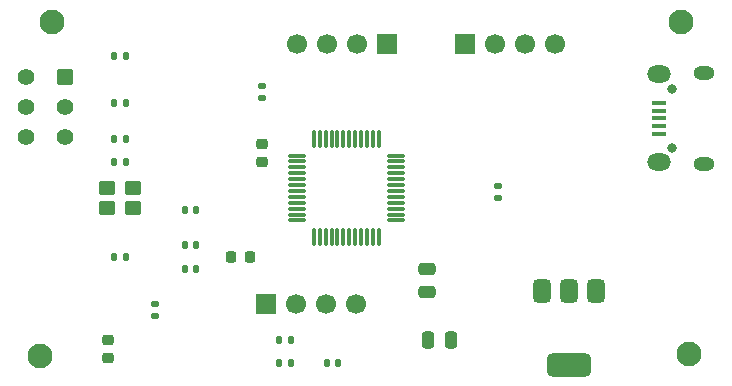
<source format=gbr>
%TF.GenerationSoftware,KiCad,Pcbnew,9.0.4*%
%TF.CreationDate,2025-09-11T21:53:48-07:00*%
%TF.ProjectId,STM32 PCB design,53544d33-3220-4504-9342-206465736967,rev?*%
%TF.SameCoordinates,Original*%
%TF.FileFunction,Soldermask,Top*%
%TF.FilePolarity,Negative*%
%FSLAX46Y46*%
G04 Gerber Fmt 4.6, Leading zero omitted, Abs format (unit mm)*
G04 Created by KiCad (PCBNEW 9.0.4) date 2025-09-11 21:53:48*
%MOMM*%
%LPD*%
G01*
G04 APERTURE LIST*
G04 Aperture macros list*
%AMRoundRect*
0 Rectangle with rounded corners*
0 $1 Rounding radius*
0 $2 $3 $4 $5 $6 $7 $8 $9 X,Y pos of 4 corners*
0 Add a 4 corners polygon primitive as box body*
4,1,4,$2,$3,$4,$5,$6,$7,$8,$9,$2,$3,0*
0 Add four circle primitives for the rounded corners*
1,1,$1+$1,$2,$3*
1,1,$1+$1,$4,$5*
1,1,$1+$1,$6,$7*
1,1,$1+$1,$8,$9*
0 Add four rect primitives between the rounded corners*
20,1,$1+$1,$2,$3,$4,$5,0*
20,1,$1+$1,$4,$5,$6,$7,0*
20,1,$1+$1,$6,$7,$8,$9,0*
20,1,$1+$1,$8,$9,$2,$3,0*%
G04 Aperture macros list end*
%ADD10RoundRect,0.140000X0.140000X0.170000X-0.140000X0.170000X-0.140000X-0.170000X0.140000X-0.170000X0*%
%ADD11R,1.700000X1.700000*%
%ADD12C,1.700000*%
%ADD13RoundRect,0.140000X-0.140000X-0.170000X0.140000X-0.170000X0.140000X0.170000X-0.140000X0.170000X0*%
%ADD14RoundRect,0.218750X-0.218750X-0.256250X0.218750X-0.256250X0.218750X0.256250X-0.218750X0.256250X0*%
%ADD15RoundRect,0.225000X0.250000X-0.225000X0.250000X0.225000X-0.250000X0.225000X-0.250000X-0.225000X0*%
%ADD16RoundRect,0.250000X0.250000X0.475000X-0.250000X0.475000X-0.250000X-0.475000X0.250000X-0.475000X0*%
%ADD17C,2.100000*%
%ADD18RoundRect,0.135000X0.135000X0.185000X-0.135000X0.185000X-0.135000X-0.185000X0.135000X-0.185000X0*%
%ADD19RoundRect,0.250000X0.450000X0.350000X-0.450000X0.350000X-0.450000X-0.350000X0.450000X-0.350000X0*%
%ADD20RoundRect,0.250000X-0.450000X0.450000X-0.450000X-0.450000X0.450000X-0.450000X0.450000X0.450000X0*%
%ADD21C,1.400000*%
%ADD22RoundRect,0.135000X0.185000X-0.135000X0.185000X0.135000X-0.185000X0.135000X-0.185000X-0.135000X0*%
%ADD23RoundRect,0.218750X-0.256250X0.218750X-0.256250X-0.218750X0.256250X-0.218750X0.256250X0.218750X0*%
%ADD24RoundRect,0.250000X-0.475000X0.250000X-0.475000X-0.250000X0.475000X-0.250000X0.475000X0.250000X0*%
%ADD25RoundRect,0.075000X-0.662500X-0.075000X0.662500X-0.075000X0.662500X0.075000X-0.662500X0.075000X0*%
%ADD26RoundRect,0.075000X-0.075000X-0.662500X0.075000X-0.662500X0.075000X0.662500X-0.075000X0.662500X0*%
%ADD27O,0.800000X0.800000*%
%ADD28R,1.300000X0.450000*%
%ADD29O,1.800000X1.150000*%
%ADD30O,2.000000X1.450000*%
%ADD31RoundRect,0.135000X-0.185000X0.135000X-0.185000X-0.135000X0.185000X-0.135000X0.185000X0.135000X0*%
%ADD32RoundRect,0.375000X-0.375000X0.625000X-0.375000X-0.625000X0.375000X-0.625000X0.375000X0.625000X0*%
%ADD33RoundRect,0.500000X-1.400000X0.500000X-1.400000X-0.500000X1.400000X-0.500000X1.400000X0.500000X0*%
G04 APERTURE END LIST*
D10*
%TO.C,C1*%
X122480000Y-73000000D03*
X121520000Y-73000000D03*
%TD*%
D11*
%TO.C,J2*%
X151190000Y-65000000D03*
D12*
X153730000Y-65000000D03*
X156270000Y-65000000D03*
X158810000Y-65000000D03*
%TD*%
D13*
%TO.C,C7*%
X139520000Y-92000000D03*
X140480000Y-92000000D03*
%TD*%
D10*
%TO.C,C5*%
X128480000Y-84000000D03*
X127520000Y-84000000D03*
%TD*%
%TO.C,C6*%
X128480000Y-82000000D03*
X127520000Y-82000000D03*
%TD*%
%TO.C,C3*%
X122480000Y-66000000D03*
X121520000Y-66000000D03*
%TD*%
D14*
%TO.C,FB1*%
X131425000Y-83000000D03*
X133000000Y-83000000D03*
%TD*%
D15*
%TO.C,C4*%
X134000000Y-75000000D03*
X134000000Y-73450000D03*
%TD*%
D16*
%TO.C,C11*%
X150000000Y-90000000D03*
X148100000Y-90000000D03*
%TD*%
D11*
%TO.C,J4*%
X134380000Y-87000000D03*
D12*
X136920000Y-87000000D03*
X139460000Y-87000000D03*
X142000000Y-87000000D03*
%TD*%
D17*
%TO.C,H2*%
X115265200Y-91363800D03*
%TD*%
D18*
%TO.C,R5*%
X136510000Y-92000000D03*
X135490000Y-92000000D03*
%TD*%
D19*
%TO.C,Y1*%
X123100000Y-77150000D03*
X120900000Y-77150000D03*
X120900000Y-78850000D03*
X123100000Y-78850000D03*
%TD*%
D20*
%TO.C,SW1*%
X117325500Y-67807200D03*
D21*
X117325500Y-70307200D03*
X117325500Y-72807200D03*
X114025500Y-72807200D03*
X114025500Y-70307200D03*
X114025500Y-67807200D03*
%TD*%
D13*
%TO.C,C10*%
X121520000Y-83000000D03*
X122480000Y-83000000D03*
%TD*%
D22*
%TO.C,R2*%
X154000000Y-78000000D03*
X154000000Y-76980000D03*
%TD*%
D23*
%TO.C,D1*%
X121000000Y-90000000D03*
X121000000Y-91575000D03*
%TD*%
D22*
%TO.C,R3*%
X125000000Y-88020000D03*
X125000000Y-87000000D03*
%TD*%
D24*
%TO.C,C12*%
X148000000Y-84050000D03*
X148000000Y-85950000D03*
%TD*%
D25*
%TO.C,U1*%
X137010700Y-74415200D03*
X137010700Y-74915200D03*
X137010700Y-75415200D03*
X137010700Y-75915200D03*
X137010700Y-76415200D03*
X137010700Y-76915200D03*
X137010700Y-77415200D03*
X137010700Y-77915200D03*
X137010700Y-78415200D03*
X137010700Y-78915200D03*
X137010700Y-79415200D03*
X137010700Y-79915200D03*
D26*
X138423200Y-81327700D03*
X138923200Y-81327700D03*
X139423200Y-81327700D03*
X139923200Y-81327700D03*
X140423200Y-81327700D03*
X140923200Y-81327700D03*
X141423200Y-81327700D03*
X141923200Y-81327700D03*
X142423200Y-81327700D03*
X142923200Y-81327700D03*
X143423200Y-81327700D03*
X143923200Y-81327700D03*
D25*
X145335700Y-79915200D03*
X145335700Y-79415200D03*
X145335700Y-78915200D03*
X145335700Y-78415200D03*
X145335700Y-77915200D03*
X145335700Y-77415200D03*
X145335700Y-76915200D03*
X145335700Y-76415200D03*
X145335700Y-75915200D03*
X145335700Y-75415200D03*
X145335700Y-74915200D03*
X145335700Y-74415200D03*
D26*
X143923200Y-73002700D03*
X143423200Y-73002700D03*
X142923200Y-73002700D03*
X142423200Y-73002700D03*
X141923200Y-73002700D03*
X141423200Y-73002700D03*
X140923200Y-73002700D03*
X140423200Y-73002700D03*
X139923200Y-73002700D03*
X139423200Y-73002700D03*
X138923200Y-73002700D03*
X138423200Y-73002700D03*
%TD*%
D27*
%TO.C,J1*%
X168726600Y-73777400D03*
X168726600Y-68777400D03*
D28*
X167626600Y-72577400D03*
X167626600Y-71927400D03*
X167626600Y-71277400D03*
X167626600Y-70627400D03*
X167626600Y-69977400D03*
D29*
X171476600Y-75152400D03*
D30*
X167676600Y-75002400D03*
X167676600Y-67552400D03*
D29*
X171476600Y-67402400D03*
%TD*%
D18*
%TO.C,R4*%
X136510000Y-90000000D03*
X135490000Y-90000000D03*
%TD*%
D10*
%TO.C,C9*%
X122480000Y-75000000D03*
X121520000Y-75000000D03*
%TD*%
D17*
%TO.C,H4*%
X170154600Y-91236800D03*
%TD*%
D31*
%TO.C,R1*%
X134000000Y-68490000D03*
X134000000Y-69510000D03*
%TD*%
D17*
%TO.C,H1*%
X116255800Y-63093600D03*
%TD*%
%TO.C,H3*%
X169494200Y-63119000D03*
%TD*%
D10*
%TO.C,C8*%
X128480000Y-79000000D03*
X127520000Y-79000000D03*
%TD*%
%TO.C,C2*%
X122480000Y-70000000D03*
X121520000Y-70000000D03*
%TD*%
D11*
%TO.C,J3*%
X144620000Y-65000000D03*
D12*
X142080000Y-65000000D03*
X139540000Y-65000000D03*
X137000000Y-65000000D03*
%TD*%
D32*
%TO.C,U2*%
X162300000Y-85850000D03*
X160000000Y-85850000D03*
D33*
X160000000Y-92150000D03*
D32*
X157700000Y-85850000D03*
%TD*%
M02*

</source>
